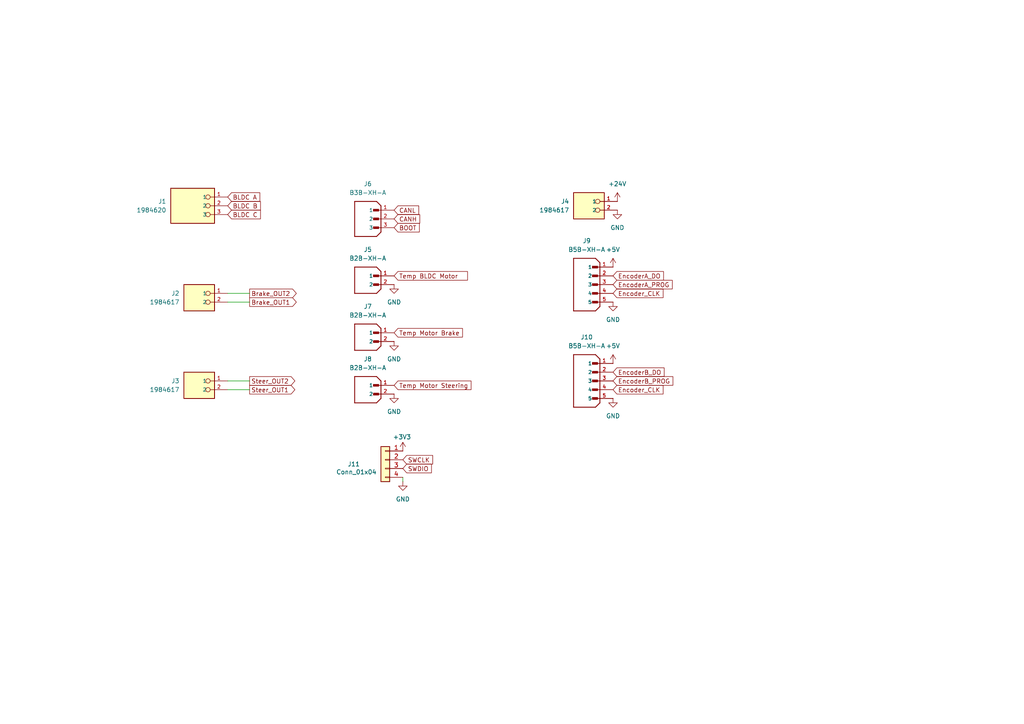
<source format=kicad_sch>
(kicad_sch (version 20250114) (generator "eeschema") (generator_version "9.0")
  (paper "A4")
  (lib_symbols
    (symbol "1984617:1984617" (pin_names (offset 1.016))
      (property "Reference" "J" (at -2.54 3.302 0))
      (property "Value" "1984617" (at -2.54 -7.62 0))
      (symbol "1984617_0_0"
        (rectangle (start -3.81 -5.08) (end 5.08 2.54) (stroke (width 0.254)) (fill (type background)))
        (circle (center -1.905 0) (radius 0.635) (stroke (width 0.1524)))
        (circle (center -1.905 -2.54) (radius 0.635) (stroke (width 0.1524)))
        (pin passive line (at -7.62 0 0) (length 5.08) (name "1") (number "1"))
        (pin passive line (at -7.62 -2.54 0) (length 5.08) (name "2") (number "2"))
      )
    )
    (symbol "1984620:1984620" (pin_names (offset 1.016))
      (property "Reference" "J" (at -6.85 5.08 0))
      (property "Value" "1984620" (at -6.35 -7.62 0))
      (symbol "1984620_0_0"
        (rectangle (start -6.35 -5.08) (end 6.35 5.08) (stroke (width 0.254)) (fill (type background)))
        (circle (center -4.445 2.54) (radius 0.635) (stroke (width 0.1524)))
        (circle (center -4.445 0) (radius 0.635) (stroke (width 0.1524)))
        (circle (center -4.445 -2.54) (radius 0.635) (stroke (width 0.1524)))
        (pin passive line (at -10.16 2.54 0) (length 5.08) (name "1") (number "1"))
        (pin passive line (at -10.16 0 0) (length 5.08) (name "2") (number "2"))
        (pin passive line (at -10.16 -2.54 0) (length 5.08) (name "3") (number "3"))
      )
    )
    (symbol "B2B-XH-A:B2B-XH-A" (pin_names (offset 1.016))
      (property "Reference" "J" (at -2.54 6.35 0))
      (property "Value" "B2B-XH-A" (at -2.54 -5.08 0))
      (symbol "B2B-XH-A_0_0"
        (polyline (pts (xy -3.81 3.81) (xy -3.81 -1.27)) (stroke (width 0.254)))
        (polyline (pts (xy -3.81 3.81) (xy -2.54 5.08)) (stroke (width 0.254)))
        (polyline (pts (xy -3.81 -1.27) (xy -2.54 -2.54)) (stroke (width 0.254)))
        (rectangle (start -3.175 2.2225) (end -1.5875 2.8575) (stroke (width 0.1)) (fill (type outline)))
        (rectangle (start -3.175 -0.3175) (end -1.5875 0.3175) (stroke (width 0.1)) (fill (type outline)))
        (polyline (pts (xy -2.54 -2.54) (xy 3.81 -2.54)) (stroke (width 0.254)))
        (polyline (pts (xy 3.81 5.08) (xy -2.54 5.08)) (stroke (width 0.254)))
        (polyline (pts (xy 3.81 -2.54) (xy 3.81 5.08)) (stroke (width 0.254)))
        (pin passive line (at -7.62 2.54 0) (length 5.08) (name "1") (number "1"))
        (pin passive line (at -7.62 0 0) (length 5.08) (name "2") (number "2"))
      )
    )
    (symbol "B3B-XH-A:B3B-XH-A" (pin_names (offset 1.016))
      (property "Reference" "J" (at -2.54 6.35 0))
      (property "Value" "B3B-XH-A" (at -2.54 -7.62 0))
      (symbol "B3B-XH-A_0_0"
        (polyline (pts (xy -3.81 3.81) (xy -3.81 -3.81)) (stroke (width 0.254)))
        (polyline (pts (xy -3.81 3.81) (xy -2.54 5.08)) (stroke (width 0.254)))
        (polyline (pts (xy -3.81 -3.81) (xy -2.54 -5.08)) (stroke (width 0.254)))
        (rectangle (start -3.175 2.2225) (end -1.5875 2.8575) (stroke (width 0.1)) (fill (type outline)))
        (rectangle (start -3.175 -0.3175) (end -1.5875 0.3175) (stroke (width 0.1)) (fill (type outline)))
        (rectangle (start -3.175 -2.8575) (end -1.5875 -2.2225) (stroke (width 0.1)) (fill (type outline)))
        (polyline (pts (xy -2.54 -5.08) (xy 3.81 -5.08)) (stroke (width 0.254)))
        (polyline (pts (xy 3.81 5.08) (xy -2.54 5.08)) (stroke (width 0.254)))
        (polyline (pts (xy 3.81 -5.08) (xy 3.81 5.08)) (stroke (width 0.254)))
        (pin passive line (at -7.62 2.54 0) (length 5.08) (name "1") (number "1"))
        (pin passive line (at -7.62 0 0) (length 5.08) (name "2") (number "2"))
        (pin passive line (at -7.62 -2.54 0) (length 5.08) (name "3") (number "3"))
      )
    )
    (symbol "B5B-XH-A:B5B-XH-A" (pin_names (offset 1.016))
      (property "Reference" "J" (at -2.54 8.89 0))
      (property "Value" "B5B-XH-A" (at -2.54 -10.16 0))
      (symbol "B5B-XH-A_0_0"
        (polyline (pts (xy -3.81 6.35) (xy -3.81 -6.35)) (stroke (width 0.254)))
        (polyline (pts (xy -3.81 6.35) (xy -2.54 7.62)) (stroke (width 0.254)))
        (polyline (pts (xy -3.81 -6.35) (xy -2.54 -7.62)) (stroke (width 0.254)))
        (rectangle (start -3.175 4.7625) (end -1.5875 5.3975) (stroke (width 0.1)) (fill (type outline)))
        (rectangle (start -3.175 2.2225) (end -1.5875 2.8575) (stroke (width 0.1)) (fill (type outline)))
        (rectangle (start -3.175 -0.3175) (end -1.5875 0.3175) (stroke (width 0.1)) (fill (type outline)))
        (rectangle (start -3.175 -2.8575) (end -1.5875 -2.2225) (stroke (width 0.1)) (fill (type outline)))
        (rectangle (start -3.175 -5.3975) (end -1.5875 -4.7625) (stroke (width 0.1)) (fill (type outline)))
        (polyline (pts (xy -2.54 -7.62) (xy 3.81 -7.62)) (stroke (width 0.254)))
        (polyline (pts (xy 3.81 7.62) (xy -2.54 7.62)) (stroke (width 0.254)))
        (polyline (pts (xy 3.81 -7.62) (xy 3.81 7.62)) (stroke (width 0.254)))
        (pin passive line (at -7.62 5.08 0) (length 5.08) (name "1") (number "1"))
        (pin passive line (at -7.62 2.54 0) (length 5.08) (name "2") (number "2"))
        (pin passive line (at -7.62 0 0) (length 5.08) (name "3") (number "3"))
        (pin passive line (at -7.62 -2.54 0) (length 5.08) (name "4") (number "4"))
        (pin passive line (at -7.62 -5.08 0) (length 5.08) (name "5") (number "5"))
      )
    )
    (symbol "Connector_Generic:Conn_01x04" (pin_names (offset 1.016) (hide yes))
      (property "Reference" "J" (at 0 5.08 0))
      (property "Value" "Conn_01x04" (at 0 -7.62 0))
      (symbol "Conn_01x04_1_1"
        (rectangle (start -1.27 3.81) (end 1.27 -6.35) (stroke (width 0.254)) (fill (type background)))
        (rectangle (start -1.27 2.667) (end 0 2.413) (stroke (width 0.1524)))
        (rectangle (start -1.27 0.127) (end 0 -0.127) (stroke (width 0.1524)))
        (rectangle (start -1.27 -2.413) (end 0 -2.667) (stroke (width 0.1524)))
        (rectangle (start -1.27 -4.953) (end 0 -5.207) (stroke (width 0.1524)))
        (pin passive line (at -5.08 2.54 0) (length 3.81) (name "Pin_1") (number "1"))
        (pin passive line (at -5.08 0 0) (length 3.81) (name "Pin_2") (number "2"))
        (pin passive line (at -5.08 -2.54 0) (length 3.81) (name "Pin_3") (number "3"))
        (pin passive line (at -5.08 -5.08 0) (length 3.81) (name "Pin_4") (number "4"))
      )
    )
    (symbol "power:+24V" (power) (pin_numbers (hide yes)) (pin_names (offset 0) (hide yes))
      (property "Value" "+24V" (at 0 3.556 0))
      (symbol "+24V_0_1"
        (polyline (pts (xy -0.762 1.27) (xy 0 2.54)))
        (polyline (pts (xy 0 2.54) (xy 0.762 1.27)))
        (polyline (pts (xy 0 0) (xy 0 2.54)))
      )
      (symbol "+24V_1_1"
        (pin power_in line (at 0 0 90) (length 0) (name "~") (number "1"))
      )
    )
    (symbol "power:+3V3" (power) (pin_numbers (hide yes)) (pin_names (offset 0) (hide yes))
      (property "Value" "+3V3" (at 0 3.556 0))
      (symbol "+3V3_0_1"
        (polyline (pts (xy -0.762 1.27) (xy 0 2.54)))
        (polyline (pts (xy 0 2.54) (xy 0.762 1.27)))
        (polyline (pts (xy 0 0) (xy 0 2.54)))
      )
      (symbol "+3V3_1_1"
        (pin power_in line (at 0 0 90) (length 0) (name "~") (number "1"))
      )
    )
    (symbol "power:+5V" (power) (pin_numbers (hide yes)) (pin_names (offset 0) (hide yes))
      (property "Value" "+5V" (at 0 3.556 0))
      (symbol "+5V_0_1"
        (polyline (pts (xy -0.762 1.27) (xy 0 2.54)))
        (polyline (pts (xy 0 2.54) (xy 0.762 1.27)))
        (polyline (pts (xy 0 0) (xy 0 2.54)))
      )
      (symbol "+5V_1_1"
        (pin power_in line (at 0 0 90) (length 0) (name "~") (number "1"))
      )
    )
    (symbol "power:GND" (power) (pin_numbers (hide yes)) (pin_names (offset 0) (hide yes))
      (property "Value" "GND" (at 0 -3.81 0))
      (symbol "GND_0_1"
        (polyline (pts (xy 0 0) (xy 0 -1.27) (xy 1.27 -1.27) (xy 0 -2.54) (xy -1.27 -1.27) (xy 0 -1.27)))
      )
      (symbol "GND_1_1"
        (pin power_in line (at 0 0 270) (length 0) (name "~") (number "1"))
      )
    )
  )
  (wire (pts (xy 72.39 85.09) (xy 66.04 85.09)))
  (wire (pts (xy 72.39 87.63) (xy 66.04 87.63)))
  (wire (pts (xy 116.84 138.43) (xy 116.84 139.7)))
  (wire (pts (xy 66.04 110.49) (xy 72.39 110.49)))
  (wire (pts (xy 66.04 113.03) (xy 72.39 113.03)))
  (global_label "Brake_OUT1" (shape output) (at 72.39 87.63 0) (property "Intersheetrefs" "${INTERSHEET_REFS}" (effects (hide yes))))
  (global_label "Steer_OUT1" (shape output) (at 72.39 113.03 0) (property "Intersheetrefs" "${INTERSHEET_REFS}" (effects (hide yes))))
  (global_label "Encoder_CLK" (shape input) (at 177.8 85.09 0) (property "Intersheetrefs" "${INTERSHEET_REFS}" (effects (hide yes))))
  (global_label "SWCLK" (shape input) (at 116.84 133.35 0) (property "Intersheetrefs" "${INTERSHEET_REFS}" (effects (hide yes))))
  (global_label "BLDC A" (shape input) (at 66.04 57.15 0) (property "Intersheetrefs" "${INTERSHEET_REFS}" (effects (hide yes))))
  (global_label "CANH" (shape input) (at 114.3 63.5 0) (property "Intersheetrefs" "${INTERSHEET_REFS}" (effects (hide yes))))
  (global_label "Temp Motor Brake" (shape input) (at 114.3 96.52 0) (property "Intersheetrefs" "${INTERSHEET_REFS}" (effects (hide yes))))
  (global_label "Brake_OUT2" (shape output) (at 72.39 85.09 0) (property "Intersheetrefs" "${INTERSHEET_REFS}" (effects (hide yes))))
  (global_label "EncoderA_DO" (shape input) (at 177.8 80.01 0) (property "Intersheetrefs" "${INTERSHEET_REFS}" (effects (hide yes))))
  (global_label "Steer_OUT2" (shape output) (at 72.39 110.49 0) (property "Intersheetrefs" "${INTERSHEET_REFS}" (effects (hide yes))))
  (global_label "Encoder_CLK" (shape input) (at 177.8 113.03 0) (property "Intersheetrefs" "${INTERSHEET_REFS}" (effects (hide yes))))
  (global_label "EncoderB_PROG" (shape input) (at 177.8 110.49 0) (property "Intersheetrefs" "${INTERSHEET_REFS}" (effects (hide yes))))
  (global_label "Temp Motor Steering" (shape input) (at 114.3 111.76 0) (property "Intersheetrefs" "${INTERSHEET_REFS}" (effects (hide yes))))
  (global_label "SWDIO" (shape input) (at 116.84 135.89 0) (property "Intersheetrefs" "${INTERSHEET_REFS}" (effects (hide yes))))
  (global_label "EncoderB_DO" (shape input) (at 177.8 107.95 0) (property "Intersheetrefs" "${INTERSHEET_REFS}" (effects (hide yes))))
  (global_label "Temp BLDC Motor  " (shape input) (at 114.3 80.01 0) (property "Intersheetrefs" "${INTERSHEET_REFS}" (effects (hide yes))))
  (global_label "BLDC C" (shape input) (at 66.04 62.23 0) (property "Intersheetrefs" "${INTERSHEET_REFS}" (effects (hide yes))))
  (global_label "BOOT" (shape input) (at 114.3 66.04 0) (property "Intersheetrefs" "${INTERSHEET_REFS}" (effects (hide yes))))
  (global_label "EncoderA_PROG" (shape input) (at 177.8 82.55 0) (property "Intersheetrefs" "${INTERSHEET_REFS}" (effects (hide yes))))
  (global_label "CANL" (shape input) (at 114.3 60.96 0) (property "Intersheetrefs" "${INTERSHEET_REFS}" (effects (hide yes))))
  (global_label "BLDC B" (shape input) (at 66.04 59.69 0) (property "Intersheetrefs" "${INTERSHEET_REFS}" (effects (hide yes))))
  (symbol (lib_id "power:GND") (at 179.07 60.96 0) (unit 1)
    (property "Reference" "#PWR041" (effects (hide yes)))
    (property "Value" "GND" (at 179.07 66.04 0))
    (property "Description" "Power symbol creates a global label with name \"GND\" , ground" (effects (hide yes)))
  )
  (symbol (lib_id "1984620:1984620") (at 55.88 59.69 0) (mirror y) (unit 1)
    (property "Reference" "J1" (at 48.26 58.4199 0) (effects (justify left)))
    (property "Value" "1984620" (at 48.26 60.9599 0) (effects (justify left)))
    (property "Footprint" "Footprints:PHOENIX_1984620" (effects (hide yes)))
    (property "MANUFACTURER" "PHOENIX" (effects (hide yes)))
  )
  (symbol (lib_id "power:GND") (at 114.3 114.3 0) (unit 1)
    (property "Reference" "#PWR040" (effects (hide yes)))
    (property "Value" "GND" (at 114.3 119.38 0))
    (property "Description" "Power symbol creates a global label with name \"GND\" , ground" (effects (hide yes)))
  )
  (symbol (lib_id "B2B-XH-A:B2B-XH-A") (at 106.68 82.55 0) (mirror y) (unit 1)
    (property "Reference" "J5" (at 106.68 72.39 0))
    (property "Value" "B2B-XH-A" (at 106.68 74.93 0))
    (property "Footprint" "Footprints:JST_B2B-XH-A" (effects (hide yes)))
    (property "PARTREV" "N/A" (effects (hide yes)))
    (property "STANDARD" "Manufacturer Recommendations" (effects (hide yes)))
    (property "MAXIMUM_PACKAGE_HEIGHT" "7 mm" (effects (hide yes)))
    (property "MANUFACTURER" "JST Sales America Inc." (effects (hide yes)))
  )
  (symbol (lib_id "1984617:1984617") (at 58.42 110.49 0) (mirror y) (unit 1)
    (property "Reference" "J3" (at 52.07 110.4899 0) (effects (justify left)))
    (property "Value" "1984617" (at 52.07 113.0299 0) (effects (justify left)))
    (property "Footprint" "Footprints:PHOENIX_1984617" (effects (hide yes)))
    (property "PARTREV" "22.08.2018" (effects (hide yes)))
    (property "STANDARD" "Manufacturer Recommendations" (effects (hide yes)))
    (property "MAXIMUM_PACKAGE_HEIGHT" "9.3mm" (effects (hide yes)))
    (property "MANUFACTURER" "Phoenix Contact" (effects (hide yes)))
  )
  (symbol (lib_id "power:GND") (at 177.8 87.63 0) (unit 1)
    (property "Reference" "#PWR050" (effects (hide yes)))
    (property "Value" "GND" (at 177.8 92.71 0))
    (property "Description" "Power symbol creates a global label with name \"GND\" , ground" (effects (hide yes)))
  )
  (symbol (lib_id "B2B-XH-A:B2B-XH-A") (at 106.68 99.06 0) (mirror y) (unit 1)
    (property "Reference" "J7" (at 106.68 88.9 0))
    (property "Value" "B2B-XH-A" (at 106.68 91.44 0))
    (property "Footprint" "Footprints:JST_B2B-XH-A" (effects (hide yes)))
    (property "PARTREV" "N/A" (effects (hide yes)))
    (property "STANDARD" "Manufacturer Recommendations" (effects (hide yes)))
    (property "MAXIMUM_PACKAGE_HEIGHT" "7 mm" (effects (hide yes)))
    (property "MANUFACTURER" "JST Sales America Inc." (effects (hide yes)))
  )
  (symbol (lib_id "Connector_Generic:Conn_01x04") (at 111.76 133.35 0) (mirror y) (unit 1)
    (property "Reference" "J11" (at 102.616 134.62 0))
    (property "Value" "Conn_01x04" (at 103.378 136.906 0))
    (property "Footprint" "Connector_PinHeader_2.54mm:PinHeader_1x04_P2.54mm_Vertical" (effects (hide yes)))
    (property "Description" "Generic connector, single row, 01x04, script generated (kicad-library-utils/schlib/autogen/connector/)" (effects (hide yes)))
  )
  (symbol (lib_id "B5B-XH-A:B5B-XH-A") (at 170.18 110.49 0) (mirror y) (unit 1)
    (property "Reference" "J10" (at 170.18 97.79 0))
    (property "Value" "B5B-XH-A" (at 170.18 100.33 0))
    (property "Footprint" "Footprints:JST_B5B-XH-A" (effects (hide yes)))
    (property "PARTREV" "7/4/21" (effects (hide yes)))
    (property "STANDARD" "Manufacturer Recommendations" (effects (hide yes)))
    (property "MAXIMUM_PACKAGE_HEIGHT" "7.00 mm" (effects (hide yes)))
    (property "MANUFACTURER" "JST" (effects (hide yes)))
  )
  (symbol (lib_id "B5B-XH-A:B5B-XH-A") (at 170.18 82.55 0) (mirror y) (unit 1)
    (property "Reference" "J9" (at 170.18 69.85 0))
    (property "Value" "B5B-XH-A" (at 170.18 72.39 0))
    (property "Footprint" "Footprints:JST_B5B-XH-A" (effects (hide yes)))
    (property "PARTREV" "7/4/21" (effects (hide yes)))
    (property "STANDARD" "Manufacturer Recommendations" (effects (hide yes)))
    (property "MAXIMUM_PACKAGE_HEIGHT" "7.00 mm" (effects (hide yes)))
    (property "MANUFACTURER" "JST" (effects (hide yes)))
  )
  (symbol (lib_id "power:GND") (at 114.3 82.55 0) (unit 1)
    (property "Reference" "#PWR038" (effects (hide yes)))
    (property "Value" "GND" (at 114.3 87.63 0))
    (property "Description" "Power symbol creates a global label with name \"GND\" , ground" (effects (hide yes)))
  )
  (symbol (lib_id "1984617:1984617") (at 171.45 58.42 0) (mirror y) (unit 1)
    (property "Reference" "J4" (at 165.1 58.4199 0) (effects (justify left)))
    (property "Value" "1984617" (at 165.1 60.9599 0) (effects (justify left)))
    (property "Footprint" "Footprints:PHOENIX_1984617" (effects (hide yes)))
    (property "PARTREV" "22.08.2018" (effects (hide yes)))
    (property "STANDARD" "Manufacturer Recommendations" (effects (hide yes)))
    (property "MAXIMUM_PACKAGE_HEIGHT" "9.3mm" (effects (hide yes)))
    (property "MANUFACTURER" "Phoenix Contact" (effects (hide yes)))
  )
  (symbol (lib_id "power:+3V3") (at 116.84 130.81 0) (unit 1)
    (property "Reference" "#PWR096" (effects (hide yes)))
    (property "Value" "+3V3" (at 116.586 126.746 0))
    (property "Description" "Power symbol creates a global label with name \"+3V3\"" (effects (hide yes)))
  )
  (symbol (lib_id "power:GND") (at 114.3 99.06 0) (unit 1)
    (property "Reference" "#PWR039" (effects (hide yes)))
    (property "Value" "GND" (at 114.3 104.14 0))
    (property "Description" "Power symbol creates a global label with name \"GND\" , ground" (effects (hide yes)))
  )
  (symbol (lib_id "B3B-XH-A:B3B-XH-A") (at 106.68 63.5 0) (mirror y) (unit 1)
    (property "Reference" "J6" (at 106.68 53.34 0))
    (property "Value" "B3B-XH-A" (at 106.68 55.88 0))
    (property "Footprint" "Footprints:JST_B3B-XH-A" (effects (hide yes)))
    (property "PARTREV" "7/4/21" (effects (hide yes)))
    (property "STANDARD" "Manufacturer Recommendations" (effects (hide yes)))
    (property "MAXIMUM_PACKAGE_HEIGHT" "7.00 mm" (effects (hide yes)))
    (property "MANUFACTURER" "JST Sales America Inc." (effects (hide yes)))
  )
  (symbol (lib_id "power:GND") (at 177.8 115.57 0) (unit 1)
    (property "Reference" "#PWR079" (effects (hide yes)))
    (property "Value" "GND" (at 177.8 120.65 0))
    (property "Description" "Power symbol creates a global label with name \"GND\" , ground" (effects (hide yes)))
  )
  (symbol (lib_id "B2B-XH-A:B2B-XH-A") (at 106.68 114.3 0) (mirror y) (unit 1)
    (property "Reference" "J8" (at 106.68 104.14 0))
    (property "Value" "B2B-XH-A" (at 106.68 106.68 0))
    (property "Footprint" "Footprints:JST_B2B-XH-A" (effects (hide yes)))
    (property "PARTREV" "N/A" (effects (hide yes)))
    (property "STANDARD" "Manufacturer Recommendations" (effects (hide yes)))
    (property "MAXIMUM_PACKAGE_HEIGHT" "7 mm" (effects (hide yes)))
    (property "MANUFACTURER" "JST Sales America Inc." (effects (hide yes)))
  )
  (symbol (lib_id "power:+24V") (at 179.07 58.42 0) (unit 1)
    (property "Reference" "#PWR042" (effects (hide yes)))
    (property "Value" "+24V" (at 179.07 53.34 0))
    (property "Description" "Power symbol creates a global label with name \"+24V\"" (effects (hide yes)))
  )
  (symbol (lib_id "power:+5V") (at 177.8 77.47 0) (unit 1)
    (property "Reference" "#PWR051" (effects (hide yes)))
    (property "Value" "+5V" (at 177.8 72.39 0))
    (property "Description" "Power symbol creates a global label with name \"+5V\"" (effects (hide yes)))
  )
  (symbol (lib_id "power:+5V") (at 177.8 105.41 0) (unit 1)
    (property "Reference" "#PWR078" (effects (hide yes)))
    (property "Value" "+5V" (at 177.8 100.33 0))
    (property "Description" "Power symbol creates a global label with name \"+5V\"" (effects (hide yes)))
  )
  (symbol (lib_id "power:GND") (at 116.84 139.7 0) (unit 1)
    (property "Reference" "#PWR080" (effects (hide yes)))
    (property "Value" "GND" (at 116.84 144.78 0))
    (property "Description" "Power symbol creates a global label with name \"GND\" , ground" (effects (hide yes)))
  )
  (symbol (lib_id "1984617:1984617") (at 58.42 85.09 0) (mirror y) (unit 1)
    (property "Reference" "J2" (at 52.07 85.0899 0) (effects (justify left)))
    (property "Value" "1984617" (at 52.07 87.6299 0) (effects (justify left)))
    (property "Footprint" "Footprints:PHOENIX_1984617" (effects (hide yes)))
    (property "PARTREV" "22.08.2018" (effects (hide yes)))
    (property "STANDARD" "Manufacturer Recommendations" (effects (hide yes)))
    (property "MAXIMUM_PACKAGE_HEIGHT" "9.3mm" (effects (hide yes)))
    (property "MANUFACTURER" "Phoenix Contact" (effects (hide yes)))
  )
)
</source>
